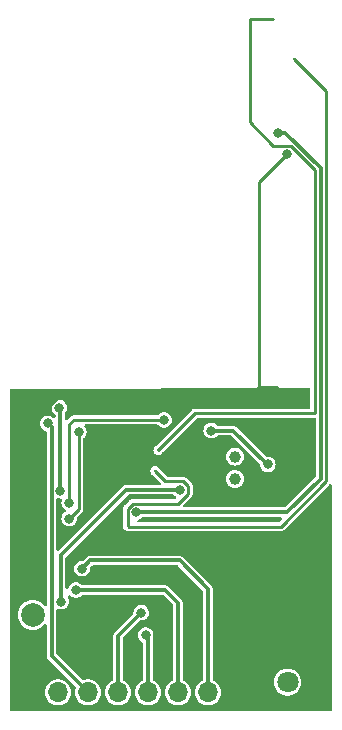
<source format=gbl>
G04 #@! TF.GenerationSoftware,KiCad,Pcbnew,8.0.2-8.0.2-0~ubuntu22.04.1*
G04 #@! TF.CreationDate,2024-05-31T22:19:46-06:00*
G04 #@! TF.ProjectId,sensor_sigfox_1.1,73656e73-6f72-45f7-9369-67666f785f31,rev?*
G04 #@! TF.SameCoordinates,Original*
G04 #@! TF.FileFunction,Copper,L2,Bot*
G04 #@! TF.FilePolarity,Positive*
%FSLAX46Y46*%
G04 Gerber Fmt 4.6, Leading zero omitted, Abs format (unit mm)*
G04 Created by KiCad (PCBNEW 8.0.2-8.0.2-0~ubuntu22.04.1) date 2024-05-31 22:19:46*
%MOMM*%
%LPD*%
G01*
G04 APERTURE LIST*
G04 #@! TA.AperFunction,ComponentPad*
%ADD10C,1.000000*%
G04 #@! TD*
G04 #@! TA.AperFunction,ComponentPad*
%ADD11C,1.800000*%
G04 #@! TD*
G04 #@! TA.AperFunction,ComponentPad*
%ADD12R,2.000000X2.000000*%
G04 #@! TD*
G04 #@! TA.AperFunction,ComponentPad*
%ADD13C,2.000000*%
G04 #@! TD*
G04 #@! TA.AperFunction,ComponentPad*
%ADD14R,1.700000X1.700000*%
G04 #@! TD*
G04 #@! TA.AperFunction,ComponentPad*
%ADD15O,1.700000X1.700000*%
G04 #@! TD*
G04 #@! TA.AperFunction,ViaPad*
%ADD16C,0.800000*%
G04 #@! TD*
G04 #@! TA.AperFunction,ViaPad*
%ADD17C,0.300000*%
G04 #@! TD*
G04 #@! TA.AperFunction,Conductor*
%ADD18C,0.250000*%
G04 #@! TD*
G04 #@! TA.AperFunction,Conductor*
%ADD19C,0.300000*%
G04 #@! TD*
G04 APERTURE END LIST*
D10*
X133004000Y-76196000D03*
X133004000Y-74296000D03*
D11*
X137456000Y-93400000D03*
D12*
X115883000Y-75001000D03*
D13*
X115883000Y-87701000D03*
D14*
X115488000Y-94262000D03*
D15*
X118028000Y-94262000D03*
X120568000Y-94262000D03*
X123108000Y-94262000D03*
X125648000Y-94262000D03*
X128188000Y-94262000D03*
X130728000Y-94262000D03*
D16*
X137409831Y-48707169D03*
X137350000Y-69200000D03*
X118230000Y-77179000D03*
X118139897Y-70157397D03*
X136663000Y-46864000D03*
X124637000Y-79000000D03*
X128327000Y-77098000D03*
X118313000Y-86571000D03*
X135796000Y-74959000D03*
X131000000Y-72100000D03*
X125450000Y-89400000D03*
X125060000Y-87514000D03*
D17*
X126250000Y-75500000D03*
X138016360Y-40616369D03*
D16*
X119531000Y-85605000D03*
X118979000Y-78189954D03*
X127000000Y-71188000D03*
X118968500Y-79550000D03*
X120055464Y-83789500D03*
X119780000Y-72187000D03*
X117157000Y-71477000D03*
D17*
X126500000Y-73750000D03*
X136250000Y-37250000D03*
D18*
X137350000Y-69200000D02*
X136520000Y-68370000D01*
X134073000Y-69343000D02*
X117929695Y-69343000D01*
X117929695Y-69343000D02*
X115883000Y-71389695D01*
X136520000Y-68370000D02*
X135046000Y-68370000D01*
X135046000Y-68370000D02*
X134073000Y-69343000D01*
X135046000Y-51071000D02*
X135046000Y-68370000D01*
X137409831Y-48707169D02*
X135046000Y-51071000D01*
X115883000Y-71389695D02*
X115883000Y-75001000D01*
D19*
X118230000Y-70247500D02*
X118139897Y-70157397D01*
X118230000Y-77179000D02*
X118230000Y-70247500D01*
X137269661Y-46864000D02*
X136663000Y-46864000D01*
X124637000Y-79000000D02*
X137444000Y-79000000D01*
X140250000Y-49844339D02*
X137269661Y-46864000D01*
X140250000Y-76194000D02*
X140250000Y-49844339D01*
X137444000Y-79000000D02*
X140250000Y-76194000D01*
X118250000Y-82650000D02*
X118250000Y-86508000D01*
X118313000Y-86571000D02*
X118313000Y-86636000D01*
X118250000Y-86508000D02*
X118313000Y-86571000D01*
X128327000Y-77098000D02*
X123802000Y-77098000D01*
X123802000Y-77098000D02*
X118250000Y-82650000D01*
X125450000Y-89400000D02*
X125648000Y-89598000D01*
X125648000Y-89598000D02*
X125648000Y-94262000D01*
X132874000Y-72100000D02*
X135733000Y-74959000D01*
X131000000Y-72100000D02*
X132874000Y-72100000D01*
X135733000Y-74959000D02*
X135796000Y-74959000D01*
X125060000Y-87514000D02*
X123108000Y-89466000D01*
X123108000Y-89466000D02*
X123108000Y-94262000D01*
D18*
X129052000Y-77448000D02*
X128225000Y-78275000D01*
X124000000Y-80250000D02*
X136865752Y-80250000D01*
X140725000Y-43325009D02*
X138016360Y-40616369D01*
X129052000Y-76797695D02*
X129052000Y-77448000D01*
X123912000Y-80162000D02*
X124000000Y-80250000D01*
X140725000Y-76390752D02*
X140725000Y-43325009D01*
X126250000Y-75500000D02*
X127123000Y-76373000D01*
X128627305Y-76373000D02*
X129052000Y-76797695D01*
X136865752Y-80250000D02*
X140725000Y-76390752D01*
X128225000Y-78275000D02*
X124336695Y-78275000D01*
X123912000Y-78699695D02*
X123912000Y-80162000D01*
X127123000Y-76373000D02*
X128627305Y-76373000D01*
X124336695Y-78275000D02*
X123912000Y-78699695D01*
X127000000Y-71188000D02*
X119371000Y-71188000D01*
X119371000Y-71188000D02*
X118979000Y-71580000D01*
D19*
X128188000Y-94262000D02*
X128188000Y-86683000D01*
D18*
X118979000Y-71580000D02*
X118979000Y-78189954D01*
D19*
X128188000Y-86683000D02*
X127110000Y-85605000D01*
X127110000Y-85605000D02*
X119531000Y-85605000D01*
X130728000Y-85506000D02*
X130728000Y-94262000D01*
D18*
X119780000Y-78738500D02*
X119780000Y-72187000D01*
D19*
X120753964Y-83091000D02*
X128313000Y-83091000D01*
X120055464Y-83789500D02*
X120753964Y-83091000D01*
X128313000Y-83091000D02*
X130728000Y-85506000D01*
D18*
X118968500Y-79550000D02*
X119780000Y-78738500D01*
D19*
X120568000Y-94262000D02*
X117480000Y-91174000D01*
X117480000Y-71800000D02*
X117157000Y-71477000D01*
X117480000Y-91174000D02*
X117480000Y-71800000D01*
D18*
X134250000Y-37250000D02*
X134250000Y-45972033D01*
X139775000Y-70615169D02*
X129634831Y-70615169D01*
X134250000Y-45972033D02*
X136260136Y-47982169D01*
X139775000Y-50047033D02*
X139775000Y-70615169D01*
X136260136Y-47982169D02*
X137710136Y-47982169D01*
X129634831Y-70615169D02*
X126500000Y-73750000D01*
X136250000Y-37250000D02*
X134250000Y-37250000D01*
X137710136Y-47982169D02*
X139775000Y-50047033D01*
G04 #@! TA.AperFunction,Conductor*
G36*
X139337232Y-68476831D02*
G01*
X139383921Y-68530316D01*
X139395500Y-68583078D01*
X139395500Y-70109669D01*
X139375498Y-70177790D01*
X139321842Y-70224283D01*
X139269500Y-70235669D01*
X129692527Y-70235669D01*
X129692511Y-70235668D01*
X129684793Y-70235668D01*
X129584869Y-70235668D01*
X129536609Y-70248599D01*
X129488348Y-70261530D01*
X129461574Y-70276988D01*
X129451775Y-70282646D01*
X129421197Y-70300300D01*
X129401815Y-70311491D01*
X129401808Y-70311496D01*
X129366482Y-70346823D01*
X129331155Y-70382150D01*
X129331153Y-70382152D01*
X126345471Y-73367833D01*
X126313581Y-73391004D01*
X126259273Y-73418676D01*
X126168673Y-73509276D01*
X126110501Y-73623446D01*
X126090458Y-73750000D01*
X126110501Y-73876553D01*
X126168673Y-73990723D01*
X126259276Y-74081326D01*
X126316361Y-74110412D01*
X126373445Y-74139498D01*
X126500000Y-74159542D01*
X126626555Y-74139498D01*
X126740723Y-74081326D01*
X126831326Y-73990723D01*
X126858997Y-73936414D01*
X126882163Y-73904529D01*
X128686697Y-72099996D01*
X130340693Y-72099996D01*
X130340693Y-72100003D01*
X130359849Y-72257779D01*
X130392845Y-72344779D01*
X130416213Y-72406395D01*
X130506502Y-72537201D01*
X130625471Y-72642599D01*
X130625472Y-72642599D01*
X130625474Y-72642601D01*
X130700200Y-72681820D01*
X130766207Y-72716463D01*
X130920529Y-72754500D01*
X130920530Y-72754500D01*
X131079470Y-72754500D01*
X131079471Y-72754500D01*
X131233793Y-72716463D01*
X131374529Y-72642599D01*
X131493498Y-72537201D01*
X131493498Y-72537199D01*
X131494641Y-72536188D01*
X131558894Y-72505987D01*
X131578195Y-72504500D01*
X132654261Y-72504500D01*
X132722382Y-72524502D01*
X132743356Y-72541405D01*
X135102594Y-74900644D01*
X135136620Y-74962956D01*
X135138580Y-74974551D01*
X135155849Y-75116779D01*
X135175531Y-75168674D01*
X135212213Y-75265395D01*
X135302502Y-75396201D01*
X135421471Y-75501599D01*
X135421472Y-75501599D01*
X135421474Y-75501601D01*
X135441132Y-75511918D01*
X135562207Y-75575463D01*
X135716529Y-75613500D01*
X135716530Y-75613500D01*
X135875470Y-75613500D01*
X135875471Y-75613500D01*
X136029793Y-75575463D01*
X136170529Y-75501599D01*
X136289498Y-75396201D01*
X136379787Y-75265395D01*
X136436149Y-75116782D01*
X136436149Y-75116781D01*
X136436150Y-75116779D01*
X136455307Y-74959003D01*
X136455307Y-74958996D01*
X136436150Y-74801220D01*
X136422538Y-74765331D01*
X136379787Y-74652605D01*
X136289498Y-74521799D01*
X136170529Y-74416401D01*
X136170528Y-74416400D01*
X136170525Y-74416398D01*
X136029797Y-74342539D01*
X136029795Y-74342538D01*
X136029793Y-74342537D01*
X136029791Y-74342536D01*
X136029790Y-74342536D01*
X135875472Y-74304500D01*
X135875471Y-74304500D01*
X135716529Y-74304500D01*
X135708908Y-74304500D01*
X135708908Y-74302642D01*
X135648540Y-74292594D01*
X135614312Y-74268262D01*
X133122375Y-71776325D01*
X133122365Y-71776317D01*
X133030135Y-71723068D01*
X133030132Y-71723067D01*
X133030131Y-71723066D01*
X133030129Y-71723065D01*
X133030128Y-71723065D01*
X133002561Y-71715678D01*
X132927253Y-71695500D01*
X132927251Y-71695500D01*
X131578195Y-71695500D01*
X131510074Y-71675498D01*
X131494641Y-71663812D01*
X131461873Y-71634782D01*
X131374529Y-71557401D01*
X131374528Y-71557400D01*
X131374525Y-71557398D01*
X131233797Y-71483539D01*
X131233795Y-71483538D01*
X131233793Y-71483537D01*
X131233791Y-71483536D01*
X131233790Y-71483536D01*
X131079472Y-71445500D01*
X131079471Y-71445500D01*
X130920529Y-71445500D01*
X130920527Y-71445500D01*
X130766209Y-71483536D01*
X130766202Y-71483539D01*
X130625474Y-71557398D01*
X130625469Y-71557402D01*
X130506501Y-71662800D01*
X130416215Y-71793601D01*
X130416212Y-71793607D01*
X130359849Y-71942220D01*
X130340693Y-72099996D01*
X128686697Y-72099996D01*
X129755120Y-71031574D01*
X129817432Y-70997548D01*
X129844215Y-70994669D01*
X139719500Y-70994669D01*
X139787621Y-71014671D01*
X139834114Y-71068327D01*
X139845500Y-71120669D01*
X139845500Y-75974261D01*
X139825498Y-76042382D01*
X139808595Y-76063356D01*
X137313356Y-78558595D01*
X137251044Y-78592621D01*
X137224261Y-78595500D01*
X128745383Y-78595500D01*
X128677262Y-78575498D01*
X128630769Y-78521842D01*
X128620665Y-78451568D01*
X128650159Y-78386988D01*
X128656273Y-78380419D01*
X129274645Y-77762047D01*
X129274654Y-77762041D01*
X129355670Y-77681025D01*
X129355676Y-77681019D01*
X129405638Y-77594482D01*
X129405639Y-77594481D01*
X129431501Y-77497962D01*
X129431501Y-77398038D01*
X129431501Y-77390321D01*
X129431500Y-77390303D01*
X129431500Y-76747734D01*
X129424355Y-76721068D01*
X129405638Y-76651213D01*
X129405636Y-76651210D01*
X129405636Y-76651208D01*
X129355678Y-76564679D01*
X129355670Y-76564669D01*
X129280630Y-76489629D01*
X129280607Y-76489608D01*
X128986999Y-76196000D01*
X132244726Y-76196000D01*
X132263763Y-76364954D01*
X132313036Y-76505770D01*
X132319918Y-76525437D01*
X132319919Y-76525439D01*
X132410375Y-76669399D01*
X132410377Y-76669402D01*
X132530597Y-76789622D01*
X132530600Y-76789624D01*
X132674563Y-76880082D01*
X132835046Y-76936237D01*
X133004000Y-76955274D01*
X133172954Y-76936237D01*
X133333437Y-76880082D01*
X133477400Y-76789624D01*
X133597624Y-76669400D01*
X133688082Y-76525437D01*
X133744237Y-76364954D01*
X133763274Y-76196000D01*
X133744237Y-76027046D01*
X133688082Y-75866563D01*
X133597624Y-75722600D01*
X133597622Y-75722597D01*
X133477402Y-75602377D01*
X133477399Y-75602375D01*
X133333439Y-75511919D01*
X133333437Y-75511918D01*
X133299377Y-75500000D01*
X133172954Y-75455763D01*
X133004000Y-75436726D01*
X132835046Y-75455763D01*
X132835043Y-75455763D01*
X132835043Y-75455764D01*
X132674562Y-75511918D01*
X132674560Y-75511919D01*
X132530600Y-75602375D01*
X132530597Y-75602377D01*
X132410377Y-75722597D01*
X132410375Y-75722600D01*
X132319919Y-75866560D01*
X132319918Y-75866562D01*
X132275501Y-75993500D01*
X132263763Y-76027046D01*
X132244726Y-76196000D01*
X128986999Y-76196000D01*
X128938169Y-76147170D01*
X128938157Y-76147156D01*
X128860330Y-76069329D01*
X128860320Y-76069321D01*
X128773788Y-76019362D01*
X128773790Y-76019362D01*
X128743514Y-76011250D01*
X128677270Y-75993499D01*
X128677267Y-75993499D01*
X128577343Y-75993499D01*
X128569625Y-75993499D01*
X128569609Y-75993500D01*
X127332384Y-75993500D01*
X127264263Y-75973498D01*
X127243289Y-75956595D01*
X126632167Y-75345473D01*
X126608995Y-75313581D01*
X126581326Y-75259277D01*
X126490723Y-75168674D01*
X126490722Y-75168673D01*
X126490723Y-75168673D01*
X126376553Y-75110501D01*
X126250000Y-75090458D01*
X126123446Y-75110501D01*
X126009276Y-75168673D01*
X125918673Y-75259276D01*
X125860501Y-75373446D01*
X125840458Y-75500000D01*
X125860501Y-75626553D01*
X125909439Y-75722600D01*
X125918674Y-75740723D01*
X126009277Y-75831326D01*
X126063581Y-75858995D01*
X126095473Y-75882167D01*
X126691711Y-76478405D01*
X126725737Y-76540717D01*
X126720672Y-76611532D01*
X126678125Y-76668368D01*
X126611605Y-76693179D01*
X126602616Y-76693500D01*
X123855253Y-76693500D01*
X123748747Y-76693500D01*
X123693617Y-76708271D01*
X123645871Y-76721065D01*
X123645864Y-76721068D01*
X123553634Y-76774317D01*
X123553624Y-76774325D01*
X118099595Y-82228355D01*
X118037283Y-82262381D01*
X117966468Y-82257316D01*
X117909632Y-82214769D01*
X117884821Y-82148249D01*
X117884500Y-82139260D01*
X117884500Y-77928757D01*
X117904502Y-77860636D01*
X117958158Y-77814143D01*
X118028432Y-77804039D01*
X118040649Y-77806417D01*
X118150529Y-77833500D01*
X118150530Y-77833500D01*
X118231655Y-77833500D01*
X118299776Y-77853502D01*
X118346269Y-77907158D01*
X118356373Y-77977432D01*
X118349466Y-78004182D01*
X118338850Y-78032172D01*
X118319693Y-78189950D01*
X118319693Y-78189957D01*
X118338849Y-78347733D01*
X118387447Y-78475873D01*
X118395213Y-78496349D01*
X118485502Y-78627155D01*
X118604471Y-78732553D01*
X118604472Y-78732553D01*
X118604474Y-78732555D01*
X118648486Y-78755654D01*
X118699509Y-78805022D01*
X118715741Y-78874138D01*
X118692030Y-78941058D01*
X118648488Y-78978788D01*
X118593969Y-79007402D01*
X118475001Y-79112800D01*
X118384715Y-79243601D01*
X118384712Y-79243607D01*
X118328349Y-79392220D01*
X118309193Y-79549996D01*
X118309193Y-79550003D01*
X118328349Y-79707779D01*
X118362127Y-79796842D01*
X118384713Y-79856395D01*
X118475002Y-79987201D01*
X118593971Y-80092599D01*
X118593972Y-80092599D01*
X118593974Y-80092601D01*
X118668700Y-80131820D01*
X118734707Y-80166463D01*
X118889029Y-80204500D01*
X118889030Y-80204500D01*
X119047970Y-80204500D01*
X119047971Y-80204500D01*
X119202293Y-80166463D01*
X119343029Y-80092599D01*
X119461998Y-79987201D01*
X119552287Y-79856395D01*
X119608649Y-79707782D01*
X119608649Y-79707781D01*
X119608650Y-79707779D01*
X119627807Y-79550002D01*
X119627807Y-79550000D01*
X119627617Y-79548432D01*
X119621925Y-79501562D01*
X119633569Y-79431531D01*
X119657908Y-79397284D01*
X120002642Y-79052550D01*
X120002652Y-79052543D01*
X120083670Y-78971525D01*
X120083676Y-78971519D01*
X120123189Y-78903080D01*
X120133636Y-78884986D01*
X120133636Y-78884985D01*
X120133638Y-78884982D01*
X120159500Y-78788462D01*
X120159500Y-74296000D01*
X132244726Y-74296000D01*
X132263763Y-74464954D01*
X132263764Y-74464956D01*
X132319918Y-74625437D01*
X132319919Y-74625439D01*
X132410375Y-74769399D01*
X132410377Y-74769402D01*
X132530597Y-74889622D01*
X132530600Y-74889624D01*
X132674563Y-74980082D01*
X132835046Y-75036237D01*
X133004000Y-75055274D01*
X133172954Y-75036237D01*
X133333437Y-74980082D01*
X133477400Y-74889624D01*
X133597624Y-74769400D01*
X133688082Y-74625437D01*
X133744237Y-74464954D01*
X133763274Y-74296000D01*
X133744237Y-74127046D01*
X133688082Y-73966563D01*
X133597624Y-73822600D01*
X133597622Y-73822597D01*
X133477402Y-73702377D01*
X133477399Y-73702375D01*
X133333439Y-73611919D01*
X133333437Y-73611918D01*
X133172954Y-73555763D01*
X133004000Y-73536726D01*
X132835046Y-73555763D01*
X132835043Y-73555763D01*
X132835043Y-73555764D01*
X132674562Y-73611918D01*
X132674560Y-73611919D01*
X132530600Y-73702375D01*
X132530597Y-73702377D01*
X132410377Y-73822597D01*
X132410375Y-73822600D01*
X132319919Y-73966560D01*
X132319918Y-73966562D01*
X132319918Y-73966563D01*
X132263763Y-74127046D01*
X132244726Y-74296000D01*
X120159500Y-74296000D01*
X120159500Y-72781902D01*
X120179502Y-72713781D01*
X120201942Y-72687593D01*
X120273498Y-72624201D01*
X120363787Y-72493395D01*
X120420149Y-72344782D01*
X120420149Y-72344781D01*
X120420150Y-72344779D01*
X120439307Y-72187003D01*
X120439307Y-72186996D01*
X120420150Y-72029220D01*
X120406538Y-71993331D01*
X120363787Y-71880605D01*
X120284043Y-71765076D01*
X120261807Y-71697651D01*
X120279554Y-71628909D01*
X120331649Y-71580673D01*
X120387739Y-71567500D01*
X126400544Y-71567500D01*
X126468665Y-71587502D01*
X126504240Y-71621924D01*
X126506502Y-71625201D01*
X126625471Y-71730599D01*
X126625472Y-71730599D01*
X126625474Y-71730601D01*
X126691161Y-71765076D01*
X126766207Y-71804463D01*
X126920529Y-71842500D01*
X126920530Y-71842500D01*
X127079470Y-71842500D01*
X127079471Y-71842500D01*
X127233793Y-71804463D01*
X127374529Y-71730599D01*
X127493498Y-71625201D01*
X127583787Y-71494395D01*
X127640149Y-71345782D01*
X127640149Y-71345781D01*
X127640150Y-71345779D01*
X127659307Y-71188003D01*
X127659307Y-71187996D01*
X127640150Y-71030220D01*
X127626538Y-70994331D01*
X127583787Y-70881605D01*
X127493498Y-70750799D01*
X127374529Y-70645401D01*
X127374528Y-70645400D01*
X127374525Y-70645398D01*
X127233797Y-70571539D01*
X127233795Y-70571538D01*
X127233793Y-70571537D01*
X127233791Y-70571536D01*
X127233790Y-70571536D01*
X127079472Y-70533500D01*
X127079471Y-70533500D01*
X126920529Y-70533500D01*
X126920527Y-70533500D01*
X126766209Y-70571536D01*
X126766202Y-70571539D01*
X126625474Y-70645398D01*
X126625469Y-70645402D01*
X126506503Y-70750797D01*
X126506502Y-70750798D01*
X126504241Y-70754075D01*
X126501968Y-70755916D01*
X126501449Y-70756503D01*
X126501351Y-70756416D01*
X126449083Y-70798775D01*
X126400544Y-70808500D01*
X119428696Y-70808500D01*
X119428680Y-70808499D01*
X119420962Y-70808499D01*
X119321038Y-70808499D01*
X119288866Y-70817119D01*
X119244916Y-70828895D01*
X119244915Y-70828896D01*
X119224518Y-70834362D01*
X119224517Y-70834362D01*
X119224515Y-70834363D01*
X119224514Y-70834363D01*
X119137984Y-70884321D01*
X119137979Y-70884325D01*
X119107429Y-70914876D01*
X119067324Y-70954981D01*
X118849595Y-71172710D01*
X118787283Y-71206736D01*
X118716468Y-71201671D01*
X118659632Y-71159124D01*
X118634821Y-71092604D01*
X118634500Y-71083615D01*
X118634500Y-70632260D01*
X118654502Y-70564139D01*
X118656804Y-70560684D01*
X118675568Y-70533500D01*
X118723684Y-70463792D01*
X118780046Y-70315179D01*
X118780046Y-70315178D01*
X118780047Y-70315176D01*
X118799204Y-70157400D01*
X118799204Y-70157393D01*
X118780047Y-69999617D01*
X118766435Y-69963728D01*
X118723684Y-69851002D01*
X118633395Y-69720196D01*
X118514426Y-69614798D01*
X118514425Y-69614797D01*
X118514422Y-69614795D01*
X118373694Y-69540936D01*
X118373692Y-69540935D01*
X118373690Y-69540934D01*
X118373688Y-69540933D01*
X118373687Y-69540933D01*
X118219369Y-69502897D01*
X118219368Y-69502897D01*
X118060426Y-69502897D01*
X118060424Y-69502897D01*
X117906106Y-69540933D01*
X117906099Y-69540936D01*
X117765371Y-69614795D01*
X117765366Y-69614799D01*
X117646398Y-69720197D01*
X117556112Y-69850998D01*
X117556109Y-69851004D01*
X117499746Y-69999617D01*
X117480590Y-70157393D01*
X117480590Y-70157400D01*
X117499746Y-70315176D01*
X117548344Y-70443316D01*
X117556110Y-70463792D01*
X117646399Y-70594598D01*
X117765368Y-70699996D01*
X117765373Y-70699998D01*
X117771077Y-70703936D01*
X117815776Y-70759095D01*
X117825500Y-70807632D01*
X117825500Y-70914876D01*
X117805498Y-70982997D01*
X117751842Y-71029490D01*
X117681568Y-71039594D01*
X117616988Y-71010100D01*
X117615947Y-71009188D01*
X117531534Y-70934405D01*
X117531525Y-70934398D01*
X117390797Y-70860539D01*
X117390795Y-70860538D01*
X117390793Y-70860537D01*
X117390791Y-70860536D01*
X117390790Y-70860536D01*
X117236472Y-70822500D01*
X117236471Y-70822500D01*
X117077529Y-70822500D01*
X117077527Y-70822500D01*
X116923209Y-70860536D01*
X116923202Y-70860539D01*
X116782474Y-70934398D01*
X116782469Y-70934402D01*
X116714443Y-70994669D01*
X116663734Y-71039594D01*
X116663501Y-71039800D01*
X116573215Y-71170601D01*
X116573212Y-71170607D01*
X116516849Y-71319220D01*
X116497693Y-71476996D01*
X116497693Y-71477003D01*
X116516849Y-71634779D01*
X116560472Y-71749799D01*
X116573213Y-71783395D01*
X116663502Y-71914201D01*
X116782471Y-72019599D01*
X116923207Y-72093463D01*
X116979654Y-72107375D01*
X117041007Y-72143098D01*
X117073309Y-72206320D01*
X117075500Y-72229714D01*
X117075500Y-86817290D01*
X117055498Y-86885411D01*
X117001842Y-86931904D01*
X116931568Y-86942008D01*
X116866988Y-86912514D01*
X116851593Y-86895447D01*
X116851216Y-86895764D01*
X116847671Y-86891540D01*
X116692459Y-86736328D01*
X116692453Y-86736323D01*
X116512646Y-86610421D01*
X116313706Y-86517654D01*
X116313700Y-86517652D01*
X116224091Y-86493641D01*
X116101674Y-86460839D01*
X115883000Y-86441708D01*
X115664326Y-86460839D01*
X115452299Y-86517652D01*
X115452293Y-86517654D01*
X115253353Y-86610421D01*
X115073546Y-86736323D01*
X115073540Y-86736328D01*
X114918328Y-86891540D01*
X114918323Y-86891546D01*
X114792421Y-87071353D01*
X114699654Y-87270293D01*
X114699652Y-87270299D01*
X114642839Y-87482326D01*
X114623708Y-87701000D01*
X114642839Y-87919673D01*
X114699652Y-88131700D01*
X114699654Y-88131706D01*
X114792421Y-88330646D01*
X114918326Y-88510457D01*
X115073543Y-88665674D01*
X115253354Y-88791579D01*
X115452297Y-88884347D01*
X115664326Y-88941161D01*
X115883000Y-88960292D01*
X116101674Y-88941161D01*
X116313703Y-88884347D01*
X116512646Y-88791579D01*
X116692457Y-88665674D01*
X116847674Y-88510457D01*
X116847680Y-88510447D01*
X116851216Y-88506236D01*
X116852596Y-88507394D01*
X116901743Y-88468110D01*
X116972363Y-88460801D01*
X117035723Y-88492831D01*
X117071709Y-88554032D01*
X117075500Y-88584709D01*
X117075500Y-91120747D01*
X117075500Y-91227253D01*
X117095678Y-91302561D01*
X117103065Y-91330128D01*
X117103068Y-91330135D01*
X117156317Y-91422365D01*
X117156325Y-91422375D01*
X119494953Y-93761002D01*
X119528978Y-93823314D01*
X119527048Y-93884578D01*
X119477654Y-94058180D01*
X119458768Y-94261995D01*
X119458768Y-94262004D01*
X119477654Y-94465819D01*
X119491700Y-94515185D01*
X119533672Y-94662701D01*
X119624912Y-94845935D01*
X119624913Y-94845936D01*
X119748266Y-95009284D01*
X119899536Y-95147185D01*
X120073566Y-95254940D01*
X120073568Y-95254940D01*
X120073573Y-95254944D01*
X120264444Y-95328888D01*
X120465653Y-95366500D01*
X120465655Y-95366500D01*
X120670345Y-95366500D01*
X120670347Y-95366500D01*
X120871556Y-95328888D01*
X121062427Y-95254944D01*
X121236462Y-95147186D01*
X121387732Y-95009285D01*
X121511088Y-94845935D01*
X121602328Y-94662701D01*
X121658345Y-94465821D01*
X121677232Y-94262000D01*
X121677232Y-94261995D01*
X121998768Y-94261995D01*
X121998768Y-94262004D01*
X122017654Y-94465819D01*
X122031700Y-94515185D01*
X122073672Y-94662701D01*
X122164912Y-94845935D01*
X122164913Y-94845936D01*
X122288266Y-95009284D01*
X122439536Y-95147185D01*
X122613566Y-95254940D01*
X122613568Y-95254940D01*
X122613573Y-95254944D01*
X122804444Y-95328888D01*
X123005653Y-95366500D01*
X123005655Y-95366500D01*
X123210345Y-95366500D01*
X123210347Y-95366500D01*
X123411556Y-95328888D01*
X123602427Y-95254944D01*
X123776462Y-95147186D01*
X123927732Y-95009285D01*
X124051088Y-94845935D01*
X124142328Y-94662701D01*
X124198345Y-94465821D01*
X124217232Y-94262000D01*
X124217232Y-94261995D01*
X124538768Y-94261995D01*
X124538768Y-94262004D01*
X124557654Y-94465819D01*
X124571700Y-94515185D01*
X124613672Y-94662701D01*
X124704912Y-94845935D01*
X124704913Y-94845936D01*
X124828266Y-95009284D01*
X124979536Y-95147185D01*
X125153566Y-95254940D01*
X125153568Y-95254940D01*
X125153573Y-95254944D01*
X125344444Y-95328888D01*
X125545653Y-95366500D01*
X125545655Y-95366500D01*
X125750345Y-95366500D01*
X125750347Y-95366500D01*
X125951556Y-95328888D01*
X126142427Y-95254944D01*
X126316462Y-95147186D01*
X126467732Y-95009285D01*
X126591088Y-94845935D01*
X126682328Y-94662701D01*
X126738345Y-94465821D01*
X126757232Y-94262000D01*
X126749736Y-94181110D01*
X126738345Y-94058180D01*
X126688951Y-93884578D01*
X126682328Y-93861299D01*
X126591088Y-93678065D01*
X126541990Y-93613048D01*
X126467733Y-93514715D01*
X126316463Y-93376814D01*
X126142433Y-93269059D01*
X126142419Y-93269052D01*
X126132981Y-93265396D01*
X126076687Y-93222136D01*
X126052718Y-93155308D01*
X126052500Y-93147906D01*
X126052500Y-89680144D01*
X126060688Y-89635463D01*
X126090150Y-89557779D01*
X126109307Y-89400003D01*
X126109307Y-89399996D01*
X126090150Y-89242220D01*
X126076538Y-89206331D01*
X126033787Y-89093605D01*
X125943498Y-88962799D01*
X125824529Y-88857401D01*
X125824528Y-88857400D01*
X125824525Y-88857398D01*
X125683797Y-88783539D01*
X125683795Y-88783538D01*
X125683793Y-88783537D01*
X125683791Y-88783536D01*
X125683790Y-88783536D01*
X125529472Y-88745500D01*
X125529471Y-88745500D01*
X125370529Y-88745500D01*
X125370527Y-88745500D01*
X125216209Y-88783536D01*
X125216202Y-88783539D01*
X125075474Y-88857398D01*
X125075469Y-88857402D01*
X124956501Y-88962800D01*
X124866215Y-89093601D01*
X124866212Y-89093607D01*
X124809849Y-89242220D01*
X124790693Y-89399996D01*
X124790693Y-89400003D01*
X124809849Y-89557779D01*
X124847500Y-89657053D01*
X124866213Y-89706395D01*
X124956502Y-89837201D01*
X125075471Y-89942599D01*
X125176058Y-89995391D01*
X125227077Y-90044756D01*
X125243500Y-90106956D01*
X125243500Y-93147906D01*
X125223498Y-93216027D01*
X125169842Y-93262520D01*
X125163019Y-93265396D01*
X125153580Y-93269052D01*
X125153566Y-93269059D01*
X124979536Y-93376814D01*
X124828266Y-93514715D01*
X124704913Y-93678063D01*
X124613671Y-93861301D01*
X124557654Y-94058180D01*
X124538768Y-94261995D01*
X124217232Y-94261995D01*
X124209736Y-94181110D01*
X124198345Y-94058180D01*
X124148951Y-93884578D01*
X124142328Y-93861299D01*
X124051088Y-93678065D01*
X124001990Y-93613048D01*
X123927733Y-93514715D01*
X123776463Y-93376814D01*
X123602433Y-93269059D01*
X123602419Y-93269052D01*
X123592981Y-93265396D01*
X123536687Y-93222136D01*
X123512718Y-93155308D01*
X123512500Y-93147906D01*
X123512500Y-89685738D01*
X123532502Y-89617617D01*
X123549400Y-89596648D01*
X124940643Y-88205404D01*
X125002955Y-88171379D01*
X125029738Y-88168500D01*
X125139470Y-88168500D01*
X125139471Y-88168500D01*
X125293793Y-88130463D01*
X125434529Y-88056599D01*
X125553498Y-87951201D01*
X125643787Y-87820395D01*
X125700149Y-87671782D01*
X125700149Y-87671781D01*
X125700150Y-87671779D01*
X125719307Y-87514003D01*
X125719307Y-87513996D01*
X125700150Y-87356220D01*
X125680518Y-87304455D01*
X125643787Y-87207605D01*
X125553498Y-87076799D01*
X125434529Y-86971401D01*
X125434528Y-86971400D01*
X125434525Y-86971398D01*
X125293797Y-86897539D01*
X125293795Y-86897538D01*
X125293793Y-86897537D01*
X125293791Y-86897536D01*
X125293790Y-86897536D01*
X125139472Y-86859500D01*
X125139471Y-86859500D01*
X124980529Y-86859500D01*
X124980527Y-86859500D01*
X124826209Y-86897536D01*
X124826202Y-86897539D01*
X124685474Y-86971398D01*
X124685469Y-86971402D01*
X124566501Y-87076800D01*
X124476215Y-87207601D01*
X124476212Y-87207607D01*
X124419849Y-87356220D01*
X124400693Y-87513996D01*
X124400693Y-87513999D01*
X124402746Y-87530911D01*
X124391099Y-87600946D01*
X124366759Y-87635190D01*
X122859631Y-89142320D01*
X122821976Y-89179975D01*
X122784321Y-89217629D01*
X122784317Y-89217634D01*
X122731068Y-89309864D01*
X122731065Y-89309871D01*
X122703500Y-89412748D01*
X122703500Y-93147906D01*
X122683498Y-93216027D01*
X122629842Y-93262520D01*
X122623019Y-93265396D01*
X122613580Y-93269052D01*
X122613566Y-93269059D01*
X122439536Y-93376814D01*
X122288266Y-93514715D01*
X122164913Y-93678063D01*
X122073671Y-93861301D01*
X122017654Y-94058180D01*
X121998768Y-94261995D01*
X121677232Y-94261995D01*
X121669736Y-94181110D01*
X121658345Y-94058180D01*
X121608951Y-93884578D01*
X121602328Y-93861299D01*
X121511088Y-93678065D01*
X121461990Y-93613048D01*
X121387733Y-93514715D01*
X121236463Y-93376814D01*
X121062433Y-93269059D01*
X121062428Y-93269057D01*
X121062427Y-93269056D01*
X121062417Y-93269052D01*
X120871559Y-93195113D01*
X120871560Y-93195113D01*
X120871557Y-93195112D01*
X120871556Y-93195112D01*
X120670347Y-93157500D01*
X120465653Y-93157500D01*
X120264444Y-93195112D01*
X120264439Y-93195113D01*
X120264437Y-93195113D01*
X120203126Y-93218865D01*
X120132380Y-93224821D01*
X120069645Y-93191582D01*
X120068517Y-93190468D01*
X117921405Y-91043356D01*
X117887379Y-90981044D01*
X117884500Y-90954261D01*
X117884500Y-87293702D01*
X117904502Y-87225581D01*
X117958158Y-87179088D01*
X118028432Y-87168984D01*
X118069054Y-87182134D01*
X118079207Y-87187463D01*
X118233529Y-87225500D01*
X118233530Y-87225500D01*
X118392470Y-87225500D01*
X118392471Y-87225500D01*
X118546793Y-87187463D01*
X118687529Y-87113599D01*
X118806498Y-87008201D01*
X118896787Y-86877395D01*
X118953149Y-86728782D01*
X118953149Y-86728781D01*
X118953150Y-86728779D01*
X118972307Y-86571003D01*
X118972307Y-86570996D01*
X118953150Y-86413220D01*
X118932708Y-86359320D01*
X118896787Y-86264605D01*
X118869618Y-86225244D01*
X118847383Y-86157822D01*
X118865130Y-86089079D01*
X118917225Y-86040843D01*
X118987127Y-86028429D01*
X119052645Y-86055778D01*
X119056848Y-86059340D01*
X119156471Y-86147599D01*
X119156472Y-86147599D01*
X119156474Y-86147601D01*
X119175949Y-86157822D01*
X119297207Y-86221463D01*
X119451529Y-86259500D01*
X119451530Y-86259500D01*
X119610470Y-86259500D01*
X119610471Y-86259500D01*
X119764793Y-86221463D01*
X119905529Y-86147599D01*
X120024498Y-86042201D01*
X120024498Y-86042199D01*
X120025641Y-86041188D01*
X120089894Y-86010987D01*
X120109195Y-86009500D01*
X126890261Y-86009500D01*
X126958382Y-86029502D01*
X126979356Y-86046405D01*
X127746595Y-86813644D01*
X127780621Y-86875956D01*
X127783500Y-86902739D01*
X127783500Y-93147906D01*
X127763498Y-93216027D01*
X127709842Y-93262520D01*
X127703019Y-93265396D01*
X127693580Y-93269052D01*
X127693566Y-93269059D01*
X127519536Y-93376814D01*
X127368266Y-93514715D01*
X127244913Y-93678063D01*
X127153671Y-93861301D01*
X127097654Y-94058180D01*
X127078768Y-94261995D01*
X127078768Y-94262004D01*
X127097654Y-94465819D01*
X127111700Y-94515185D01*
X127153672Y-94662701D01*
X127244912Y-94845935D01*
X127244913Y-94845936D01*
X127368266Y-95009284D01*
X127519536Y-95147185D01*
X127693566Y-95254940D01*
X127693568Y-95254940D01*
X127693573Y-95254944D01*
X127884444Y-95328888D01*
X128085653Y-95366500D01*
X128085655Y-95366500D01*
X128290345Y-95366500D01*
X128290347Y-95366500D01*
X128491556Y-95328888D01*
X128682427Y-95254944D01*
X128856462Y-95147186D01*
X129007732Y-95009285D01*
X129131088Y-94845935D01*
X129222328Y-94662701D01*
X129278345Y-94465821D01*
X129297232Y-94262000D01*
X129289736Y-94181110D01*
X129278345Y-94058180D01*
X129228951Y-93884578D01*
X129222328Y-93861299D01*
X129131088Y-93678065D01*
X129081990Y-93613048D01*
X129007733Y-93514715D01*
X128856463Y-93376814D01*
X128682433Y-93269059D01*
X128682419Y-93269052D01*
X128672981Y-93265396D01*
X128616687Y-93222136D01*
X128592718Y-93155308D01*
X128592500Y-93147906D01*
X128592500Y-86629748D01*
X128592500Y-86629747D01*
X128564934Y-86526869D01*
X128511680Y-86434631D01*
X128436369Y-86359320D01*
X127988444Y-85911395D01*
X127358375Y-85281325D01*
X127358365Y-85281317D01*
X127266135Y-85228068D01*
X127266132Y-85228067D01*
X127266131Y-85228066D01*
X127266129Y-85228065D01*
X127266128Y-85228065D01*
X127238561Y-85220678D01*
X127163253Y-85200500D01*
X127163251Y-85200500D01*
X120109195Y-85200500D01*
X120041074Y-85180498D01*
X120025641Y-85168812D01*
X119905530Y-85062402D01*
X119905525Y-85062398D01*
X119764797Y-84988539D01*
X119764795Y-84988538D01*
X119764793Y-84988537D01*
X119764791Y-84988536D01*
X119764790Y-84988536D01*
X119610472Y-84950500D01*
X119610471Y-84950500D01*
X119451529Y-84950500D01*
X119451527Y-84950500D01*
X119297209Y-84988536D01*
X119297202Y-84988539D01*
X119156474Y-85062398D01*
X119156469Y-85062402D01*
X119037501Y-85167800D01*
X118947215Y-85298601D01*
X118947212Y-85298607D01*
X118898312Y-85427545D01*
X118855453Y-85484146D01*
X118788798Y-85508590D01*
X118719507Y-85493118D01*
X118669582Y-85442640D01*
X118654500Y-85382864D01*
X118654500Y-83789496D01*
X119396157Y-83789496D01*
X119396157Y-83789503D01*
X119415313Y-83947279D01*
X119463911Y-84075419D01*
X119471677Y-84095895D01*
X119561966Y-84226701D01*
X119680935Y-84332099D01*
X119680936Y-84332099D01*
X119680938Y-84332101D01*
X119755664Y-84371320D01*
X119821671Y-84405963D01*
X119975993Y-84444000D01*
X119975994Y-84444000D01*
X120134934Y-84444000D01*
X120134935Y-84444000D01*
X120289257Y-84405963D01*
X120429993Y-84332099D01*
X120548962Y-84226701D01*
X120639251Y-84095895D01*
X120695613Y-83947282D01*
X120695613Y-83947281D01*
X120695614Y-83947279D01*
X120714771Y-83789502D01*
X120714771Y-83789498D01*
X120712718Y-83772592D01*
X120724362Y-83702556D01*
X120748701Y-83668311D01*
X120884609Y-83532404D01*
X120946922Y-83498379D01*
X120973704Y-83495500D01*
X128093261Y-83495500D01*
X128161382Y-83515502D01*
X128182356Y-83532405D01*
X130286595Y-85636644D01*
X130320621Y-85698956D01*
X130323500Y-85725739D01*
X130323500Y-93147906D01*
X130303498Y-93216027D01*
X130249842Y-93262520D01*
X130243019Y-93265396D01*
X130233580Y-93269052D01*
X130233566Y-93269059D01*
X130059536Y-93376814D01*
X129908266Y-93514715D01*
X129784913Y-93678063D01*
X129693671Y-93861301D01*
X129637654Y-94058180D01*
X129618768Y-94261995D01*
X129618768Y-94262004D01*
X129637654Y-94465819D01*
X129651700Y-94515185D01*
X129693672Y-94662701D01*
X129784912Y-94845935D01*
X129784913Y-94845936D01*
X129908266Y-95009284D01*
X130059536Y-95147185D01*
X130233566Y-95254940D01*
X130233568Y-95254940D01*
X130233573Y-95254944D01*
X130424444Y-95328888D01*
X130625653Y-95366500D01*
X130625655Y-95366500D01*
X130830345Y-95366500D01*
X130830347Y-95366500D01*
X131031556Y-95328888D01*
X131222427Y-95254944D01*
X131396462Y-95147186D01*
X131547732Y-95009285D01*
X131671088Y-94845935D01*
X131762328Y-94662701D01*
X131818345Y-94465821D01*
X131837232Y-94262000D01*
X131829736Y-94181110D01*
X131818345Y-94058180D01*
X131768951Y-93884578D01*
X131762328Y-93861299D01*
X131671088Y-93678065D01*
X131621990Y-93613048D01*
X131547733Y-93514715D01*
X131421891Y-93399995D01*
X136296554Y-93399995D01*
X136296554Y-93400004D01*
X136316295Y-93613044D01*
X136358392Y-93761002D01*
X136374849Y-93818840D01*
X136470219Y-94010370D01*
X136470220Y-94010371D01*
X136470221Y-94010373D01*
X136599155Y-94181110D01*
X136599158Y-94181112D01*
X136599159Y-94181114D01*
X136757278Y-94325258D01*
X136757279Y-94325259D01*
X136939178Y-94437886D01*
X136939181Y-94437887D01*
X136939190Y-94437893D01*
X137138698Y-94515183D01*
X137138703Y-94515185D01*
X137349020Y-94554500D01*
X137349022Y-94554500D01*
X137562978Y-94554500D01*
X137562980Y-94554500D01*
X137773297Y-94515185D01*
X137972810Y-94437893D01*
X138154722Y-94325258D01*
X138312841Y-94181114D01*
X138441781Y-94010370D01*
X138537151Y-93818840D01*
X138595704Y-93613048D01*
X138615446Y-93400000D01*
X138613297Y-93376814D01*
X138595704Y-93186955D01*
X138595704Y-93186952D01*
X138537151Y-92981160D01*
X138441781Y-92789630D01*
X138441778Y-92789626D01*
X138312844Y-92618889D01*
X138154721Y-92474741D01*
X138154720Y-92474740D01*
X137972821Y-92362113D01*
X137972814Y-92362109D01*
X137972810Y-92362107D01*
X137972805Y-92362105D01*
X137773301Y-92284816D01*
X137773302Y-92284816D01*
X137773297Y-92284815D01*
X137562980Y-92245500D01*
X137349020Y-92245500D01*
X137190313Y-92275167D01*
X137138697Y-92284816D01*
X136939194Y-92362105D01*
X136939178Y-92362113D01*
X136757279Y-92474740D01*
X136757278Y-92474741D01*
X136599155Y-92618889D01*
X136470221Y-92789626D01*
X136374849Y-92981160D01*
X136374847Y-92981165D01*
X136316295Y-93186955D01*
X136296554Y-93399995D01*
X131421891Y-93399995D01*
X131396463Y-93376814D01*
X131222433Y-93269059D01*
X131222419Y-93269052D01*
X131212981Y-93265396D01*
X131156687Y-93222136D01*
X131132718Y-93155308D01*
X131132500Y-93147906D01*
X131132500Y-85452748D01*
X131132500Y-85452747D01*
X131104934Y-85349869D01*
X131051680Y-85257631D01*
X130976369Y-85182320D01*
X129889941Y-84095892D01*
X128561375Y-82767325D01*
X128561365Y-82767317D01*
X128469135Y-82714068D01*
X128469132Y-82714067D01*
X128469131Y-82714066D01*
X128469129Y-82714065D01*
X128469128Y-82714065D01*
X128441561Y-82706678D01*
X128366253Y-82686500D01*
X120807217Y-82686500D01*
X120700711Y-82686500D01*
X120645581Y-82701271D01*
X120597835Y-82714065D01*
X120597828Y-82714068D01*
X120505598Y-82767317D01*
X120505592Y-82767322D01*
X120174818Y-83098096D01*
X120112506Y-83132121D01*
X120085723Y-83135000D01*
X119975991Y-83135000D01*
X119821673Y-83173036D01*
X119821666Y-83173039D01*
X119680938Y-83246898D01*
X119680933Y-83246902D01*
X119561965Y-83352300D01*
X119471679Y-83483101D01*
X119471676Y-83483107D01*
X119415313Y-83631720D01*
X119396157Y-83789496D01*
X118654500Y-83789496D01*
X118654500Y-82869739D01*
X118674502Y-82801618D01*
X118691405Y-82780644D01*
X123932644Y-77539405D01*
X123994956Y-77505379D01*
X124021739Y-77502500D01*
X127748805Y-77502500D01*
X127816926Y-77522502D01*
X127832359Y-77534188D01*
X127833501Y-77535200D01*
X127833502Y-77535201D01*
X127952471Y-77640599D01*
X127985500Y-77657934D01*
X128036521Y-77707301D01*
X128052753Y-77776417D01*
X128029042Y-77843337D01*
X127972915Y-77886814D01*
X127926943Y-77895500D01*
X124286733Y-77895500D01*
X124227658Y-77911328D01*
X124190208Y-77921363D01*
X124103679Y-77971321D01*
X124103674Y-77971325D01*
X124070818Y-78004182D01*
X124033019Y-78041981D01*
X124033017Y-78041983D01*
X123678983Y-78396017D01*
X123678981Y-78396019D01*
X123643653Y-78431347D01*
X123608325Y-78466674D01*
X123608321Y-78466679D01*
X123558362Y-78553213D01*
X123554011Y-78569452D01*
X123554010Y-78569454D01*
X123532499Y-78649729D01*
X123532499Y-78759807D01*
X123532500Y-78759820D01*
X123532500Y-80104303D01*
X123532499Y-80104321D01*
X123532499Y-80211965D01*
X123552896Y-80288084D01*
X123552897Y-80288086D01*
X123558361Y-80308480D01*
X123608321Y-80395015D01*
X123608329Y-80395025D01*
X123686156Y-80472852D01*
X123686170Y-80472864D01*
X123691913Y-80478607D01*
X123691934Y-80478630D01*
X123766974Y-80553670D01*
X123766979Y-80553674D01*
X123766981Y-80553676D01*
X123766982Y-80553677D01*
X123766984Y-80553678D01*
X123853514Y-80603636D01*
X123853518Y-80603638D01*
X123873909Y-80609101D01*
X123873914Y-80609104D01*
X123873915Y-80609103D01*
X123950038Y-80629501D01*
X124057680Y-80629501D01*
X124057696Y-80629500D01*
X136808056Y-80629500D01*
X136808072Y-80629501D01*
X136815790Y-80629501D01*
X136915713Y-80629501D01*
X136915714Y-80629501D01*
X136991832Y-80609104D01*
X136991834Y-80609104D01*
X136999300Y-80607102D01*
X137012234Y-80603638D01*
X137098771Y-80553676D01*
X137169428Y-80483019D01*
X137179795Y-80472652D01*
X137179802Y-80472642D01*
X140947643Y-76704802D01*
X140947648Y-76704798D01*
X140958017Y-76694428D01*
X140958019Y-76694428D01*
X141000036Y-76652410D01*
X141062346Y-76618387D01*
X141133161Y-76623451D01*
X141189997Y-76665997D01*
X141214809Y-76732517D01*
X141215130Y-76741277D01*
X141218814Y-78759820D01*
X141248717Y-95147185D01*
X141249770Y-95723770D01*
X141229892Y-95791927D01*
X141176321Y-95838518D01*
X141123770Y-95850000D01*
X114075902Y-95850000D01*
X114007781Y-95829998D01*
X113961288Y-95776342D01*
X113949902Y-95724098D01*
X113949455Y-95147185D01*
X113948769Y-94261995D01*
X116918768Y-94261995D01*
X116918768Y-94262004D01*
X116937654Y-94465819D01*
X116951700Y-94515185D01*
X116993672Y-94662701D01*
X117084912Y-94845935D01*
X117084913Y-94845936D01*
X117208266Y-95009284D01*
X117359536Y-95147185D01*
X117533566Y-95254940D01*
X117533568Y-95254940D01*
X117533573Y-95254944D01*
X117724444Y-95328888D01*
X117925653Y-95366500D01*
X117925655Y-95366500D01*
X118130345Y-95366500D01*
X118130347Y-95366500D01*
X118331556Y-95328888D01*
X118522427Y-95254944D01*
X118696462Y-95147186D01*
X118847732Y-95009285D01*
X118971088Y-94845935D01*
X119062328Y-94662701D01*
X119118345Y-94465821D01*
X119137232Y-94262000D01*
X119129736Y-94181110D01*
X119118345Y-94058180D01*
X119068951Y-93884578D01*
X119062328Y-93861299D01*
X118971088Y-93678065D01*
X118921990Y-93613048D01*
X118847733Y-93514715D01*
X118696463Y-93376814D01*
X118522433Y-93269059D01*
X118522428Y-93269057D01*
X118522427Y-93269056D01*
X118522417Y-93269052D01*
X118331559Y-93195113D01*
X118331560Y-93195113D01*
X118331557Y-93195112D01*
X118331556Y-93195112D01*
X118130347Y-93157500D01*
X117925653Y-93157500D01*
X117724444Y-93195112D01*
X117724439Y-93195113D01*
X117533577Y-93269054D01*
X117533566Y-93269059D01*
X117359536Y-93376814D01*
X117208266Y-93514715D01*
X117084913Y-93678063D01*
X116993671Y-93861301D01*
X116937654Y-94058180D01*
X116918768Y-94261995D01*
X113948769Y-94261995D01*
X113928948Y-68675634D01*
X113948897Y-68607499D01*
X114002517Y-68560965D01*
X114054484Y-68549539D01*
X139269043Y-68457080D01*
X139337232Y-68476831D01*
G37*
G04 #@! TD.AperFunction*
G04 #@! TA.AperFunction,NonConductor*
G36*
X136938489Y-79424502D02*
G01*
X136984982Y-79478158D01*
X136995086Y-79548432D01*
X136965592Y-79613012D01*
X136959463Y-79619595D01*
X136745463Y-79833595D01*
X136683151Y-79867621D01*
X136656368Y-79870500D01*
X124877829Y-79870500D01*
X124809708Y-79850498D01*
X124763215Y-79796842D01*
X124753111Y-79726568D01*
X124782605Y-79661988D01*
X124842331Y-79623604D01*
X124847675Y-79622161D01*
X124870793Y-79616463D01*
X125011529Y-79542599D01*
X125130498Y-79437201D01*
X125130498Y-79437199D01*
X125131641Y-79436188D01*
X125195894Y-79405987D01*
X125215195Y-79404500D01*
X136870368Y-79404500D01*
X136938489Y-79424502D01*
G37*
G04 #@! TD.AperFunction*
M02*

</source>
